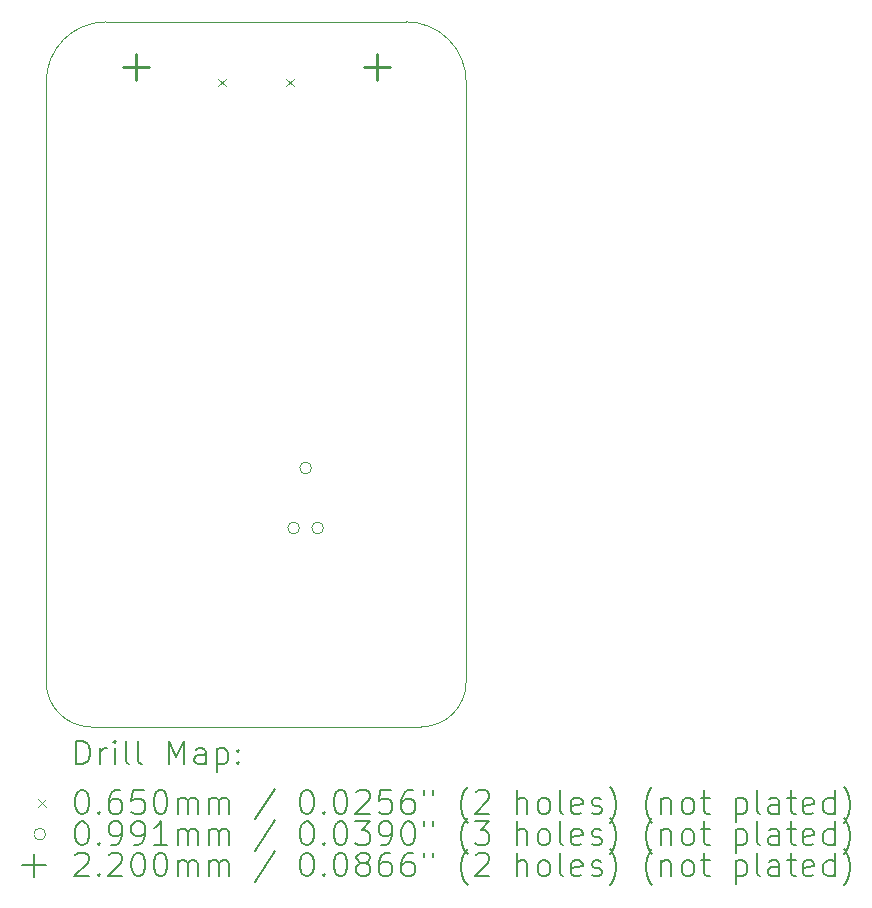
<source format=gbr>
%TF.GenerationSoftware,KiCad,Pcbnew,8.0.4*%
%TF.CreationDate,2024-11-26T16:04:44+06:30*%
%TF.ProjectId,RP2040_DevBoard,52503230-3430-45f4-9465-76426f617264,1.0*%
%TF.SameCoordinates,PX791ddc0PY791ddc0*%
%TF.FileFunction,Drillmap*%
%TF.FilePolarity,Positive*%
%FSLAX45Y45*%
G04 Gerber Fmt 4.5, Leading zero omitted, Abs format (unit mm)*
G04 Created by KiCad (PCBNEW 8.0.4) date 2024-11-26 16:04:44*
%MOMM*%
%LPD*%
G01*
G04 APERTURE LIST*
%ADD10C,0.100000*%
%ADD11C,0.200000*%
%ADD12C,0.220000*%
G04 APERTURE END LIST*
D10*
X381000Y0D02*
X3175000Y0D01*
X0Y5461000D02*
G75*
G02*
X508000Y5969000I508000J0D01*
G01*
X3556000Y381000D02*
X3556000Y5461000D01*
X3048000Y5969000D02*
G75*
G02*
X3556000Y5461000I0J-508000D01*
G01*
X381000Y0D02*
G75*
G02*
X0Y381000I0J381000D01*
G01*
X3556000Y381000D02*
G75*
G02*
X3175000Y0I-381000J0D01*
G01*
X0Y5461000D02*
X0Y381000D01*
X3048000Y5969000D02*
X508000Y5969000D01*
D11*
D10*
X1456500Y5487500D02*
X1521500Y5422500D01*
X1521500Y5487500D02*
X1456500Y5422500D01*
X2034500Y5487500D02*
X2099500Y5422500D01*
X2099500Y5487500D02*
X2034500Y5422500D01*
X2145030Y1684020D02*
G75*
G02*
X2045970Y1684020I-49530J0D01*
G01*
X2045970Y1684020D02*
G75*
G02*
X2145030Y1684020I49530J0D01*
G01*
X2246630Y2192020D02*
G75*
G02*
X2147570Y2192020I-49530J0D01*
G01*
X2147570Y2192020D02*
G75*
G02*
X2246630Y2192020I49530J0D01*
G01*
X2348230Y1684020D02*
G75*
G02*
X2249170Y1684020I-49530J0D01*
G01*
X2249170Y1684020D02*
G75*
G02*
X2348230Y1684020I49530J0D01*
G01*
D12*
X762000Y5698000D02*
X762000Y5478000D01*
X652000Y5588000D02*
X872000Y5588000D01*
X2800000Y5698000D02*
X2800000Y5478000D01*
X2690000Y5588000D02*
X2910000Y5588000D01*
D11*
X255777Y-316484D02*
X255777Y-116484D01*
X255777Y-116484D02*
X303396Y-116484D01*
X303396Y-116484D02*
X331967Y-126008D01*
X331967Y-126008D02*
X351015Y-145055D01*
X351015Y-145055D02*
X360539Y-164103D01*
X360539Y-164103D02*
X370062Y-202198D01*
X370062Y-202198D02*
X370062Y-230769D01*
X370062Y-230769D02*
X360539Y-268865D01*
X360539Y-268865D02*
X351015Y-287912D01*
X351015Y-287912D02*
X331967Y-306960D01*
X331967Y-306960D02*
X303396Y-316484D01*
X303396Y-316484D02*
X255777Y-316484D01*
X455777Y-316484D02*
X455777Y-183150D01*
X455777Y-221246D02*
X465301Y-202198D01*
X465301Y-202198D02*
X474824Y-192674D01*
X474824Y-192674D02*
X493872Y-183150D01*
X493872Y-183150D02*
X512920Y-183150D01*
X579586Y-316484D02*
X579586Y-183150D01*
X579586Y-116484D02*
X570063Y-126008D01*
X570063Y-126008D02*
X579586Y-135531D01*
X579586Y-135531D02*
X589110Y-126008D01*
X589110Y-126008D02*
X579586Y-116484D01*
X579586Y-116484D02*
X579586Y-135531D01*
X703396Y-316484D02*
X684348Y-306960D01*
X684348Y-306960D02*
X674824Y-287912D01*
X674824Y-287912D02*
X674824Y-116484D01*
X808158Y-316484D02*
X789110Y-306960D01*
X789110Y-306960D02*
X779586Y-287912D01*
X779586Y-287912D02*
X779586Y-116484D01*
X1036729Y-316484D02*
X1036729Y-116484D01*
X1036729Y-116484D02*
X1103396Y-259341D01*
X1103396Y-259341D02*
X1170063Y-116484D01*
X1170063Y-116484D02*
X1170063Y-316484D01*
X1351015Y-316484D02*
X1351015Y-211722D01*
X1351015Y-211722D02*
X1341491Y-192674D01*
X1341491Y-192674D02*
X1322444Y-183150D01*
X1322444Y-183150D02*
X1284348Y-183150D01*
X1284348Y-183150D02*
X1265301Y-192674D01*
X1351015Y-306960D02*
X1331967Y-316484D01*
X1331967Y-316484D02*
X1284348Y-316484D01*
X1284348Y-316484D02*
X1265301Y-306960D01*
X1265301Y-306960D02*
X1255777Y-287912D01*
X1255777Y-287912D02*
X1255777Y-268865D01*
X1255777Y-268865D02*
X1265301Y-249817D01*
X1265301Y-249817D02*
X1284348Y-240293D01*
X1284348Y-240293D02*
X1331967Y-240293D01*
X1331967Y-240293D02*
X1351015Y-230769D01*
X1446253Y-183150D02*
X1446253Y-383150D01*
X1446253Y-192674D02*
X1465301Y-183150D01*
X1465301Y-183150D02*
X1503396Y-183150D01*
X1503396Y-183150D02*
X1522443Y-192674D01*
X1522443Y-192674D02*
X1531967Y-202198D01*
X1531967Y-202198D02*
X1541491Y-221246D01*
X1541491Y-221246D02*
X1541491Y-278389D01*
X1541491Y-278389D02*
X1531967Y-297436D01*
X1531967Y-297436D02*
X1522443Y-306960D01*
X1522443Y-306960D02*
X1503396Y-316484D01*
X1503396Y-316484D02*
X1465301Y-316484D01*
X1465301Y-316484D02*
X1446253Y-306960D01*
X1627205Y-297436D02*
X1636729Y-306960D01*
X1636729Y-306960D02*
X1627205Y-316484D01*
X1627205Y-316484D02*
X1617682Y-306960D01*
X1617682Y-306960D02*
X1627205Y-297436D01*
X1627205Y-297436D02*
X1627205Y-316484D01*
X1627205Y-192674D02*
X1636729Y-202198D01*
X1636729Y-202198D02*
X1627205Y-211722D01*
X1627205Y-211722D02*
X1617682Y-202198D01*
X1617682Y-202198D02*
X1627205Y-192674D01*
X1627205Y-192674D02*
X1627205Y-211722D01*
D10*
X-70000Y-612500D02*
X-5000Y-677500D01*
X-5000Y-612500D02*
X-70000Y-677500D01*
D11*
X293872Y-536484D02*
X312920Y-536484D01*
X312920Y-536484D02*
X331967Y-546008D01*
X331967Y-546008D02*
X341491Y-555531D01*
X341491Y-555531D02*
X351015Y-574579D01*
X351015Y-574579D02*
X360539Y-612674D01*
X360539Y-612674D02*
X360539Y-660293D01*
X360539Y-660293D02*
X351015Y-698389D01*
X351015Y-698389D02*
X341491Y-717436D01*
X341491Y-717436D02*
X331967Y-726960D01*
X331967Y-726960D02*
X312920Y-736484D01*
X312920Y-736484D02*
X293872Y-736484D01*
X293872Y-736484D02*
X274824Y-726960D01*
X274824Y-726960D02*
X265301Y-717436D01*
X265301Y-717436D02*
X255777Y-698389D01*
X255777Y-698389D02*
X246253Y-660293D01*
X246253Y-660293D02*
X246253Y-612674D01*
X246253Y-612674D02*
X255777Y-574579D01*
X255777Y-574579D02*
X265301Y-555531D01*
X265301Y-555531D02*
X274824Y-546008D01*
X274824Y-546008D02*
X293872Y-536484D01*
X446253Y-717436D02*
X455777Y-726960D01*
X455777Y-726960D02*
X446253Y-736484D01*
X446253Y-736484D02*
X436729Y-726960D01*
X436729Y-726960D02*
X446253Y-717436D01*
X446253Y-717436D02*
X446253Y-736484D01*
X627205Y-536484D02*
X589110Y-536484D01*
X589110Y-536484D02*
X570063Y-546008D01*
X570063Y-546008D02*
X560539Y-555531D01*
X560539Y-555531D02*
X541491Y-584103D01*
X541491Y-584103D02*
X531967Y-622198D01*
X531967Y-622198D02*
X531967Y-698389D01*
X531967Y-698389D02*
X541491Y-717436D01*
X541491Y-717436D02*
X551015Y-726960D01*
X551015Y-726960D02*
X570063Y-736484D01*
X570063Y-736484D02*
X608158Y-736484D01*
X608158Y-736484D02*
X627205Y-726960D01*
X627205Y-726960D02*
X636729Y-717436D01*
X636729Y-717436D02*
X646253Y-698389D01*
X646253Y-698389D02*
X646253Y-650770D01*
X646253Y-650770D02*
X636729Y-631722D01*
X636729Y-631722D02*
X627205Y-622198D01*
X627205Y-622198D02*
X608158Y-612674D01*
X608158Y-612674D02*
X570063Y-612674D01*
X570063Y-612674D02*
X551015Y-622198D01*
X551015Y-622198D02*
X541491Y-631722D01*
X541491Y-631722D02*
X531967Y-650770D01*
X827205Y-536484D02*
X731967Y-536484D01*
X731967Y-536484D02*
X722443Y-631722D01*
X722443Y-631722D02*
X731967Y-622198D01*
X731967Y-622198D02*
X751015Y-612674D01*
X751015Y-612674D02*
X798634Y-612674D01*
X798634Y-612674D02*
X817682Y-622198D01*
X817682Y-622198D02*
X827205Y-631722D01*
X827205Y-631722D02*
X836729Y-650770D01*
X836729Y-650770D02*
X836729Y-698389D01*
X836729Y-698389D02*
X827205Y-717436D01*
X827205Y-717436D02*
X817682Y-726960D01*
X817682Y-726960D02*
X798634Y-736484D01*
X798634Y-736484D02*
X751015Y-736484D01*
X751015Y-736484D02*
X731967Y-726960D01*
X731967Y-726960D02*
X722443Y-717436D01*
X960539Y-536484D02*
X979586Y-536484D01*
X979586Y-536484D02*
X998634Y-546008D01*
X998634Y-546008D02*
X1008158Y-555531D01*
X1008158Y-555531D02*
X1017682Y-574579D01*
X1017682Y-574579D02*
X1027205Y-612674D01*
X1027205Y-612674D02*
X1027205Y-660293D01*
X1027205Y-660293D02*
X1017682Y-698389D01*
X1017682Y-698389D02*
X1008158Y-717436D01*
X1008158Y-717436D02*
X998634Y-726960D01*
X998634Y-726960D02*
X979586Y-736484D01*
X979586Y-736484D02*
X960539Y-736484D01*
X960539Y-736484D02*
X941491Y-726960D01*
X941491Y-726960D02*
X931967Y-717436D01*
X931967Y-717436D02*
X922443Y-698389D01*
X922443Y-698389D02*
X912920Y-660293D01*
X912920Y-660293D02*
X912920Y-612674D01*
X912920Y-612674D02*
X922443Y-574579D01*
X922443Y-574579D02*
X931967Y-555531D01*
X931967Y-555531D02*
X941491Y-546008D01*
X941491Y-546008D02*
X960539Y-536484D01*
X1112920Y-736484D02*
X1112920Y-603150D01*
X1112920Y-622198D02*
X1122444Y-612674D01*
X1122444Y-612674D02*
X1141491Y-603150D01*
X1141491Y-603150D02*
X1170063Y-603150D01*
X1170063Y-603150D02*
X1189110Y-612674D01*
X1189110Y-612674D02*
X1198634Y-631722D01*
X1198634Y-631722D02*
X1198634Y-736484D01*
X1198634Y-631722D02*
X1208158Y-612674D01*
X1208158Y-612674D02*
X1227205Y-603150D01*
X1227205Y-603150D02*
X1255777Y-603150D01*
X1255777Y-603150D02*
X1274825Y-612674D01*
X1274825Y-612674D02*
X1284348Y-631722D01*
X1284348Y-631722D02*
X1284348Y-736484D01*
X1379586Y-736484D02*
X1379586Y-603150D01*
X1379586Y-622198D02*
X1389110Y-612674D01*
X1389110Y-612674D02*
X1408158Y-603150D01*
X1408158Y-603150D02*
X1436729Y-603150D01*
X1436729Y-603150D02*
X1455777Y-612674D01*
X1455777Y-612674D02*
X1465301Y-631722D01*
X1465301Y-631722D02*
X1465301Y-736484D01*
X1465301Y-631722D02*
X1474824Y-612674D01*
X1474824Y-612674D02*
X1493872Y-603150D01*
X1493872Y-603150D02*
X1522443Y-603150D01*
X1522443Y-603150D02*
X1541491Y-612674D01*
X1541491Y-612674D02*
X1551015Y-631722D01*
X1551015Y-631722D02*
X1551015Y-736484D01*
X1941491Y-526960D02*
X1770063Y-784103D01*
X2198634Y-536484D02*
X2217682Y-536484D01*
X2217682Y-536484D02*
X2236729Y-546008D01*
X2236729Y-546008D02*
X2246253Y-555531D01*
X2246253Y-555531D02*
X2255777Y-574579D01*
X2255777Y-574579D02*
X2265301Y-612674D01*
X2265301Y-612674D02*
X2265301Y-660293D01*
X2265301Y-660293D02*
X2255777Y-698389D01*
X2255777Y-698389D02*
X2246253Y-717436D01*
X2246253Y-717436D02*
X2236729Y-726960D01*
X2236729Y-726960D02*
X2217682Y-736484D01*
X2217682Y-736484D02*
X2198634Y-736484D01*
X2198634Y-736484D02*
X2179587Y-726960D01*
X2179587Y-726960D02*
X2170063Y-717436D01*
X2170063Y-717436D02*
X2160539Y-698389D01*
X2160539Y-698389D02*
X2151015Y-660293D01*
X2151015Y-660293D02*
X2151015Y-612674D01*
X2151015Y-612674D02*
X2160539Y-574579D01*
X2160539Y-574579D02*
X2170063Y-555531D01*
X2170063Y-555531D02*
X2179587Y-546008D01*
X2179587Y-546008D02*
X2198634Y-536484D01*
X2351015Y-717436D02*
X2360539Y-726960D01*
X2360539Y-726960D02*
X2351015Y-736484D01*
X2351015Y-736484D02*
X2341491Y-726960D01*
X2341491Y-726960D02*
X2351015Y-717436D01*
X2351015Y-717436D02*
X2351015Y-736484D01*
X2484348Y-536484D02*
X2503396Y-536484D01*
X2503396Y-536484D02*
X2522444Y-546008D01*
X2522444Y-546008D02*
X2531968Y-555531D01*
X2531968Y-555531D02*
X2541491Y-574579D01*
X2541491Y-574579D02*
X2551015Y-612674D01*
X2551015Y-612674D02*
X2551015Y-660293D01*
X2551015Y-660293D02*
X2541491Y-698389D01*
X2541491Y-698389D02*
X2531968Y-717436D01*
X2531968Y-717436D02*
X2522444Y-726960D01*
X2522444Y-726960D02*
X2503396Y-736484D01*
X2503396Y-736484D02*
X2484348Y-736484D01*
X2484348Y-736484D02*
X2465301Y-726960D01*
X2465301Y-726960D02*
X2455777Y-717436D01*
X2455777Y-717436D02*
X2446253Y-698389D01*
X2446253Y-698389D02*
X2436729Y-660293D01*
X2436729Y-660293D02*
X2436729Y-612674D01*
X2436729Y-612674D02*
X2446253Y-574579D01*
X2446253Y-574579D02*
X2455777Y-555531D01*
X2455777Y-555531D02*
X2465301Y-546008D01*
X2465301Y-546008D02*
X2484348Y-536484D01*
X2627206Y-555531D02*
X2636729Y-546008D01*
X2636729Y-546008D02*
X2655777Y-536484D01*
X2655777Y-536484D02*
X2703396Y-536484D01*
X2703396Y-536484D02*
X2722444Y-546008D01*
X2722444Y-546008D02*
X2731968Y-555531D01*
X2731968Y-555531D02*
X2741491Y-574579D01*
X2741491Y-574579D02*
X2741491Y-593627D01*
X2741491Y-593627D02*
X2731968Y-622198D01*
X2731968Y-622198D02*
X2617682Y-736484D01*
X2617682Y-736484D02*
X2741491Y-736484D01*
X2922444Y-536484D02*
X2827206Y-536484D01*
X2827206Y-536484D02*
X2817682Y-631722D01*
X2817682Y-631722D02*
X2827206Y-622198D01*
X2827206Y-622198D02*
X2846253Y-612674D01*
X2846253Y-612674D02*
X2893872Y-612674D01*
X2893872Y-612674D02*
X2912920Y-622198D01*
X2912920Y-622198D02*
X2922444Y-631722D01*
X2922444Y-631722D02*
X2931967Y-650770D01*
X2931967Y-650770D02*
X2931967Y-698389D01*
X2931967Y-698389D02*
X2922444Y-717436D01*
X2922444Y-717436D02*
X2912920Y-726960D01*
X2912920Y-726960D02*
X2893872Y-736484D01*
X2893872Y-736484D02*
X2846253Y-736484D01*
X2846253Y-736484D02*
X2827206Y-726960D01*
X2827206Y-726960D02*
X2817682Y-717436D01*
X3103396Y-536484D02*
X3065301Y-536484D01*
X3065301Y-536484D02*
X3046253Y-546008D01*
X3046253Y-546008D02*
X3036729Y-555531D01*
X3036729Y-555531D02*
X3017682Y-584103D01*
X3017682Y-584103D02*
X3008158Y-622198D01*
X3008158Y-622198D02*
X3008158Y-698389D01*
X3008158Y-698389D02*
X3017682Y-717436D01*
X3017682Y-717436D02*
X3027206Y-726960D01*
X3027206Y-726960D02*
X3046253Y-736484D01*
X3046253Y-736484D02*
X3084348Y-736484D01*
X3084348Y-736484D02*
X3103396Y-726960D01*
X3103396Y-726960D02*
X3112920Y-717436D01*
X3112920Y-717436D02*
X3122444Y-698389D01*
X3122444Y-698389D02*
X3122444Y-650770D01*
X3122444Y-650770D02*
X3112920Y-631722D01*
X3112920Y-631722D02*
X3103396Y-622198D01*
X3103396Y-622198D02*
X3084348Y-612674D01*
X3084348Y-612674D02*
X3046253Y-612674D01*
X3046253Y-612674D02*
X3027206Y-622198D01*
X3027206Y-622198D02*
X3017682Y-631722D01*
X3017682Y-631722D02*
X3008158Y-650770D01*
X3198634Y-536484D02*
X3198634Y-574579D01*
X3274825Y-536484D02*
X3274825Y-574579D01*
X3570063Y-812674D02*
X3560539Y-803150D01*
X3560539Y-803150D02*
X3541491Y-774579D01*
X3541491Y-774579D02*
X3531968Y-755531D01*
X3531968Y-755531D02*
X3522444Y-726960D01*
X3522444Y-726960D02*
X3512920Y-679341D01*
X3512920Y-679341D02*
X3512920Y-641246D01*
X3512920Y-641246D02*
X3522444Y-593627D01*
X3522444Y-593627D02*
X3531968Y-565055D01*
X3531968Y-565055D02*
X3541491Y-546008D01*
X3541491Y-546008D02*
X3560539Y-517436D01*
X3560539Y-517436D02*
X3570063Y-507912D01*
X3636729Y-555531D02*
X3646253Y-546008D01*
X3646253Y-546008D02*
X3665301Y-536484D01*
X3665301Y-536484D02*
X3712920Y-536484D01*
X3712920Y-536484D02*
X3731968Y-546008D01*
X3731968Y-546008D02*
X3741491Y-555531D01*
X3741491Y-555531D02*
X3751015Y-574579D01*
X3751015Y-574579D02*
X3751015Y-593627D01*
X3751015Y-593627D02*
X3741491Y-622198D01*
X3741491Y-622198D02*
X3627206Y-736484D01*
X3627206Y-736484D02*
X3751015Y-736484D01*
X3989110Y-736484D02*
X3989110Y-536484D01*
X4074825Y-736484D02*
X4074825Y-631722D01*
X4074825Y-631722D02*
X4065301Y-612674D01*
X4065301Y-612674D02*
X4046253Y-603150D01*
X4046253Y-603150D02*
X4017682Y-603150D01*
X4017682Y-603150D02*
X3998634Y-612674D01*
X3998634Y-612674D02*
X3989110Y-622198D01*
X4198634Y-736484D02*
X4179587Y-726960D01*
X4179587Y-726960D02*
X4170063Y-717436D01*
X4170063Y-717436D02*
X4160539Y-698389D01*
X4160539Y-698389D02*
X4160539Y-641246D01*
X4160539Y-641246D02*
X4170063Y-622198D01*
X4170063Y-622198D02*
X4179587Y-612674D01*
X4179587Y-612674D02*
X4198634Y-603150D01*
X4198634Y-603150D02*
X4227206Y-603150D01*
X4227206Y-603150D02*
X4246253Y-612674D01*
X4246253Y-612674D02*
X4255777Y-622198D01*
X4255777Y-622198D02*
X4265301Y-641246D01*
X4265301Y-641246D02*
X4265301Y-698389D01*
X4265301Y-698389D02*
X4255777Y-717436D01*
X4255777Y-717436D02*
X4246253Y-726960D01*
X4246253Y-726960D02*
X4227206Y-736484D01*
X4227206Y-736484D02*
X4198634Y-736484D01*
X4379587Y-736484D02*
X4360539Y-726960D01*
X4360539Y-726960D02*
X4351015Y-707912D01*
X4351015Y-707912D02*
X4351015Y-536484D01*
X4531968Y-726960D02*
X4512920Y-736484D01*
X4512920Y-736484D02*
X4474825Y-736484D01*
X4474825Y-736484D02*
X4455777Y-726960D01*
X4455777Y-726960D02*
X4446253Y-707912D01*
X4446253Y-707912D02*
X4446253Y-631722D01*
X4446253Y-631722D02*
X4455777Y-612674D01*
X4455777Y-612674D02*
X4474825Y-603150D01*
X4474825Y-603150D02*
X4512920Y-603150D01*
X4512920Y-603150D02*
X4531968Y-612674D01*
X4531968Y-612674D02*
X4541492Y-631722D01*
X4541492Y-631722D02*
X4541492Y-650770D01*
X4541492Y-650770D02*
X4446253Y-669817D01*
X4617682Y-726960D02*
X4636730Y-736484D01*
X4636730Y-736484D02*
X4674825Y-736484D01*
X4674825Y-736484D02*
X4693873Y-726960D01*
X4693873Y-726960D02*
X4703396Y-707912D01*
X4703396Y-707912D02*
X4703396Y-698389D01*
X4703396Y-698389D02*
X4693873Y-679341D01*
X4693873Y-679341D02*
X4674825Y-669817D01*
X4674825Y-669817D02*
X4646253Y-669817D01*
X4646253Y-669817D02*
X4627206Y-660293D01*
X4627206Y-660293D02*
X4617682Y-641246D01*
X4617682Y-641246D02*
X4617682Y-631722D01*
X4617682Y-631722D02*
X4627206Y-612674D01*
X4627206Y-612674D02*
X4646253Y-603150D01*
X4646253Y-603150D02*
X4674825Y-603150D01*
X4674825Y-603150D02*
X4693873Y-612674D01*
X4770063Y-812674D02*
X4779587Y-803150D01*
X4779587Y-803150D02*
X4798634Y-774579D01*
X4798634Y-774579D02*
X4808158Y-755531D01*
X4808158Y-755531D02*
X4817682Y-726960D01*
X4817682Y-726960D02*
X4827206Y-679341D01*
X4827206Y-679341D02*
X4827206Y-641246D01*
X4827206Y-641246D02*
X4817682Y-593627D01*
X4817682Y-593627D02*
X4808158Y-565055D01*
X4808158Y-565055D02*
X4798634Y-546008D01*
X4798634Y-546008D02*
X4779587Y-517436D01*
X4779587Y-517436D02*
X4770063Y-507912D01*
X5131968Y-812674D02*
X5122444Y-803150D01*
X5122444Y-803150D02*
X5103396Y-774579D01*
X5103396Y-774579D02*
X5093873Y-755531D01*
X5093873Y-755531D02*
X5084349Y-726960D01*
X5084349Y-726960D02*
X5074825Y-679341D01*
X5074825Y-679341D02*
X5074825Y-641246D01*
X5074825Y-641246D02*
X5084349Y-593627D01*
X5084349Y-593627D02*
X5093873Y-565055D01*
X5093873Y-565055D02*
X5103396Y-546008D01*
X5103396Y-546008D02*
X5122444Y-517436D01*
X5122444Y-517436D02*
X5131968Y-507912D01*
X5208158Y-603150D02*
X5208158Y-736484D01*
X5208158Y-622198D02*
X5217682Y-612674D01*
X5217682Y-612674D02*
X5236730Y-603150D01*
X5236730Y-603150D02*
X5265301Y-603150D01*
X5265301Y-603150D02*
X5284349Y-612674D01*
X5284349Y-612674D02*
X5293873Y-631722D01*
X5293873Y-631722D02*
X5293873Y-736484D01*
X5417682Y-736484D02*
X5398634Y-726960D01*
X5398634Y-726960D02*
X5389111Y-717436D01*
X5389111Y-717436D02*
X5379587Y-698389D01*
X5379587Y-698389D02*
X5379587Y-641246D01*
X5379587Y-641246D02*
X5389111Y-622198D01*
X5389111Y-622198D02*
X5398634Y-612674D01*
X5398634Y-612674D02*
X5417682Y-603150D01*
X5417682Y-603150D02*
X5446254Y-603150D01*
X5446254Y-603150D02*
X5465301Y-612674D01*
X5465301Y-612674D02*
X5474825Y-622198D01*
X5474825Y-622198D02*
X5484349Y-641246D01*
X5484349Y-641246D02*
X5484349Y-698389D01*
X5484349Y-698389D02*
X5474825Y-717436D01*
X5474825Y-717436D02*
X5465301Y-726960D01*
X5465301Y-726960D02*
X5446254Y-736484D01*
X5446254Y-736484D02*
X5417682Y-736484D01*
X5541492Y-603150D02*
X5617682Y-603150D01*
X5570063Y-536484D02*
X5570063Y-707912D01*
X5570063Y-707912D02*
X5579587Y-726960D01*
X5579587Y-726960D02*
X5598634Y-736484D01*
X5598634Y-736484D02*
X5617682Y-736484D01*
X5836730Y-603150D02*
X5836730Y-803150D01*
X5836730Y-612674D02*
X5855777Y-603150D01*
X5855777Y-603150D02*
X5893873Y-603150D01*
X5893873Y-603150D02*
X5912920Y-612674D01*
X5912920Y-612674D02*
X5922444Y-622198D01*
X5922444Y-622198D02*
X5931968Y-641246D01*
X5931968Y-641246D02*
X5931968Y-698389D01*
X5931968Y-698389D02*
X5922444Y-717436D01*
X5922444Y-717436D02*
X5912920Y-726960D01*
X5912920Y-726960D02*
X5893873Y-736484D01*
X5893873Y-736484D02*
X5855777Y-736484D01*
X5855777Y-736484D02*
X5836730Y-726960D01*
X6046253Y-736484D02*
X6027206Y-726960D01*
X6027206Y-726960D02*
X6017682Y-707912D01*
X6017682Y-707912D02*
X6017682Y-536484D01*
X6208158Y-736484D02*
X6208158Y-631722D01*
X6208158Y-631722D02*
X6198634Y-612674D01*
X6198634Y-612674D02*
X6179587Y-603150D01*
X6179587Y-603150D02*
X6141492Y-603150D01*
X6141492Y-603150D02*
X6122444Y-612674D01*
X6208158Y-726960D02*
X6189111Y-736484D01*
X6189111Y-736484D02*
X6141492Y-736484D01*
X6141492Y-736484D02*
X6122444Y-726960D01*
X6122444Y-726960D02*
X6112920Y-707912D01*
X6112920Y-707912D02*
X6112920Y-688865D01*
X6112920Y-688865D02*
X6122444Y-669817D01*
X6122444Y-669817D02*
X6141492Y-660293D01*
X6141492Y-660293D02*
X6189111Y-660293D01*
X6189111Y-660293D02*
X6208158Y-650770D01*
X6274825Y-603150D02*
X6351015Y-603150D01*
X6303396Y-536484D02*
X6303396Y-707912D01*
X6303396Y-707912D02*
X6312920Y-726960D01*
X6312920Y-726960D02*
X6331968Y-736484D01*
X6331968Y-736484D02*
X6351015Y-736484D01*
X6493873Y-726960D02*
X6474825Y-736484D01*
X6474825Y-736484D02*
X6436730Y-736484D01*
X6436730Y-736484D02*
X6417682Y-726960D01*
X6417682Y-726960D02*
X6408158Y-707912D01*
X6408158Y-707912D02*
X6408158Y-631722D01*
X6408158Y-631722D02*
X6417682Y-612674D01*
X6417682Y-612674D02*
X6436730Y-603150D01*
X6436730Y-603150D02*
X6474825Y-603150D01*
X6474825Y-603150D02*
X6493873Y-612674D01*
X6493873Y-612674D02*
X6503396Y-631722D01*
X6503396Y-631722D02*
X6503396Y-650770D01*
X6503396Y-650770D02*
X6408158Y-669817D01*
X6674825Y-736484D02*
X6674825Y-536484D01*
X6674825Y-726960D02*
X6655777Y-736484D01*
X6655777Y-736484D02*
X6617682Y-736484D01*
X6617682Y-736484D02*
X6598634Y-726960D01*
X6598634Y-726960D02*
X6589111Y-717436D01*
X6589111Y-717436D02*
X6579587Y-698389D01*
X6579587Y-698389D02*
X6579587Y-641246D01*
X6579587Y-641246D02*
X6589111Y-622198D01*
X6589111Y-622198D02*
X6598634Y-612674D01*
X6598634Y-612674D02*
X6617682Y-603150D01*
X6617682Y-603150D02*
X6655777Y-603150D01*
X6655777Y-603150D02*
X6674825Y-612674D01*
X6751015Y-812674D02*
X6760539Y-803150D01*
X6760539Y-803150D02*
X6779587Y-774579D01*
X6779587Y-774579D02*
X6789111Y-755531D01*
X6789111Y-755531D02*
X6798634Y-726960D01*
X6798634Y-726960D02*
X6808158Y-679341D01*
X6808158Y-679341D02*
X6808158Y-641246D01*
X6808158Y-641246D02*
X6798634Y-593627D01*
X6798634Y-593627D02*
X6789111Y-565055D01*
X6789111Y-565055D02*
X6779587Y-546008D01*
X6779587Y-546008D02*
X6760539Y-517436D01*
X6760539Y-517436D02*
X6751015Y-507912D01*
D10*
X-5000Y-909000D02*
G75*
G02*
X-104060Y-909000I-49530J0D01*
G01*
X-104060Y-909000D02*
G75*
G02*
X-5000Y-909000I49530J0D01*
G01*
D11*
X293872Y-800484D02*
X312920Y-800484D01*
X312920Y-800484D02*
X331967Y-810008D01*
X331967Y-810008D02*
X341491Y-819531D01*
X341491Y-819531D02*
X351015Y-838579D01*
X351015Y-838579D02*
X360539Y-876674D01*
X360539Y-876674D02*
X360539Y-924293D01*
X360539Y-924293D02*
X351015Y-962388D01*
X351015Y-962388D02*
X341491Y-981436D01*
X341491Y-981436D02*
X331967Y-990960D01*
X331967Y-990960D02*
X312920Y-1000484D01*
X312920Y-1000484D02*
X293872Y-1000484D01*
X293872Y-1000484D02*
X274824Y-990960D01*
X274824Y-990960D02*
X265301Y-981436D01*
X265301Y-981436D02*
X255777Y-962388D01*
X255777Y-962388D02*
X246253Y-924293D01*
X246253Y-924293D02*
X246253Y-876674D01*
X246253Y-876674D02*
X255777Y-838579D01*
X255777Y-838579D02*
X265301Y-819531D01*
X265301Y-819531D02*
X274824Y-810008D01*
X274824Y-810008D02*
X293872Y-800484D01*
X446253Y-981436D02*
X455777Y-990960D01*
X455777Y-990960D02*
X446253Y-1000484D01*
X446253Y-1000484D02*
X436729Y-990960D01*
X436729Y-990960D02*
X446253Y-981436D01*
X446253Y-981436D02*
X446253Y-1000484D01*
X551015Y-1000484D02*
X589110Y-1000484D01*
X589110Y-1000484D02*
X608158Y-990960D01*
X608158Y-990960D02*
X617682Y-981436D01*
X617682Y-981436D02*
X636729Y-952865D01*
X636729Y-952865D02*
X646253Y-914769D01*
X646253Y-914769D02*
X646253Y-838579D01*
X646253Y-838579D02*
X636729Y-819531D01*
X636729Y-819531D02*
X627205Y-810008D01*
X627205Y-810008D02*
X608158Y-800484D01*
X608158Y-800484D02*
X570063Y-800484D01*
X570063Y-800484D02*
X551015Y-810008D01*
X551015Y-810008D02*
X541491Y-819531D01*
X541491Y-819531D02*
X531967Y-838579D01*
X531967Y-838579D02*
X531967Y-886198D01*
X531967Y-886198D02*
X541491Y-905246D01*
X541491Y-905246D02*
X551015Y-914769D01*
X551015Y-914769D02*
X570063Y-924293D01*
X570063Y-924293D02*
X608158Y-924293D01*
X608158Y-924293D02*
X627205Y-914769D01*
X627205Y-914769D02*
X636729Y-905246D01*
X636729Y-905246D02*
X646253Y-886198D01*
X741491Y-1000484D02*
X779586Y-1000484D01*
X779586Y-1000484D02*
X798634Y-990960D01*
X798634Y-990960D02*
X808158Y-981436D01*
X808158Y-981436D02*
X827205Y-952865D01*
X827205Y-952865D02*
X836729Y-914769D01*
X836729Y-914769D02*
X836729Y-838579D01*
X836729Y-838579D02*
X827205Y-819531D01*
X827205Y-819531D02*
X817682Y-810008D01*
X817682Y-810008D02*
X798634Y-800484D01*
X798634Y-800484D02*
X760539Y-800484D01*
X760539Y-800484D02*
X741491Y-810008D01*
X741491Y-810008D02*
X731967Y-819531D01*
X731967Y-819531D02*
X722443Y-838579D01*
X722443Y-838579D02*
X722443Y-886198D01*
X722443Y-886198D02*
X731967Y-905246D01*
X731967Y-905246D02*
X741491Y-914769D01*
X741491Y-914769D02*
X760539Y-924293D01*
X760539Y-924293D02*
X798634Y-924293D01*
X798634Y-924293D02*
X817682Y-914769D01*
X817682Y-914769D02*
X827205Y-905246D01*
X827205Y-905246D02*
X836729Y-886198D01*
X1027205Y-1000484D02*
X912920Y-1000484D01*
X970062Y-1000484D02*
X970062Y-800484D01*
X970062Y-800484D02*
X951015Y-829055D01*
X951015Y-829055D02*
X931967Y-848103D01*
X931967Y-848103D02*
X912920Y-857627D01*
X1112920Y-1000484D02*
X1112920Y-867150D01*
X1112920Y-886198D02*
X1122444Y-876674D01*
X1122444Y-876674D02*
X1141491Y-867150D01*
X1141491Y-867150D02*
X1170063Y-867150D01*
X1170063Y-867150D02*
X1189110Y-876674D01*
X1189110Y-876674D02*
X1198634Y-895722D01*
X1198634Y-895722D02*
X1198634Y-1000484D01*
X1198634Y-895722D02*
X1208158Y-876674D01*
X1208158Y-876674D02*
X1227205Y-867150D01*
X1227205Y-867150D02*
X1255777Y-867150D01*
X1255777Y-867150D02*
X1274825Y-876674D01*
X1274825Y-876674D02*
X1284348Y-895722D01*
X1284348Y-895722D02*
X1284348Y-1000484D01*
X1379586Y-1000484D02*
X1379586Y-867150D01*
X1379586Y-886198D02*
X1389110Y-876674D01*
X1389110Y-876674D02*
X1408158Y-867150D01*
X1408158Y-867150D02*
X1436729Y-867150D01*
X1436729Y-867150D02*
X1455777Y-876674D01*
X1455777Y-876674D02*
X1465301Y-895722D01*
X1465301Y-895722D02*
X1465301Y-1000484D01*
X1465301Y-895722D02*
X1474824Y-876674D01*
X1474824Y-876674D02*
X1493872Y-867150D01*
X1493872Y-867150D02*
X1522443Y-867150D01*
X1522443Y-867150D02*
X1541491Y-876674D01*
X1541491Y-876674D02*
X1551015Y-895722D01*
X1551015Y-895722D02*
X1551015Y-1000484D01*
X1941491Y-790960D02*
X1770063Y-1048103D01*
X2198634Y-800484D02*
X2217682Y-800484D01*
X2217682Y-800484D02*
X2236729Y-810008D01*
X2236729Y-810008D02*
X2246253Y-819531D01*
X2246253Y-819531D02*
X2255777Y-838579D01*
X2255777Y-838579D02*
X2265301Y-876674D01*
X2265301Y-876674D02*
X2265301Y-924293D01*
X2265301Y-924293D02*
X2255777Y-962388D01*
X2255777Y-962388D02*
X2246253Y-981436D01*
X2246253Y-981436D02*
X2236729Y-990960D01*
X2236729Y-990960D02*
X2217682Y-1000484D01*
X2217682Y-1000484D02*
X2198634Y-1000484D01*
X2198634Y-1000484D02*
X2179587Y-990960D01*
X2179587Y-990960D02*
X2170063Y-981436D01*
X2170063Y-981436D02*
X2160539Y-962388D01*
X2160539Y-962388D02*
X2151015Y-924293D01*
X2151015Y-924293D02*
X2151015Y-876674D01*
X2151015Y-876674D02*
X2160539Y-838579D01*
X2160539Y-838579D02*
X2170063Y-819531D01*
X2170063Y-819531D02*
X2179587Y-810008D01*
X2179587Y-810008D02*
X2198634Y-800484D01*
X2351015Y-981436D02*
X2360539Y-990960D01*
X2360539Y-990960D02*
X2351015Y-1000484D01*
X2351015Y-1000484D02*
X2341491Y-990960D01*
X2341491Y-990960D02*
X2351015Y-981436D01*
X2351015Y-981436D02*
X2351015Y-1000484D01*
X2484348Y-800484D02*
X2503396Y-800484D01*
X2503396Y-800484D02*
X2522444Y-810008D01*
X2522444Y-810008D02*
X2531968Y-819531D01*
X2531968Y-819531D02*
X2541491Y-838579D01*
X2541491Y-838579D02*
X2551015Y-876674D01*
X2551015Y-876674D02*
X2551015Y-924293D01*
X2551015Y-924293D02*
X2541491Y-962388D01*
X2541491Y-962388D02*
X2531968Y-981436D01*
X2531968Y-981436D02*
X2522444Y-990960D01*
X2522444Y-990960D02*
X2503396Y-1000484D01*
X2503396Y-1000484D02*
X2484348Y-1000484D01*
X2484348Y-1000484D02*
X2465301Y-990960D01*
X2465301Y-990960D02*
X2455777Y-981436D01*
X2455777Y-981436D02*
X2446253Y-962388D01*
X2446253Y-962388D02*
X2436729Y-924293D01*
X2436729Y-924293D02*
X2436729Y-876674D01*
X2436729Y-876674D02*
X2446253Y-838579D01*
X2446253Y-838579D02*
X2455777Y-819531D01*
X2455777Y-819531D02*
X2465301Y-810008D01*
X2465301Y-810008D02*
X2484348Y-800484D01*
X2617682Y-800484D02*
X2741491Y-800484D01*
X2741491Y-800484D02*
X2674825Y-876674D01*
X2674825Y-876674D02*
X2703396Y-876674D01*
X2703396Y-876674D02*
X2722444Y-886198D01*
X2722444Y-886198D02*
X2731968Y-895722D01*
X2731968Y-895722D02*
X2741491Y-914769D01*
X2741491Y-914769D02*
X2741491Y-962388D01*
X2741491Y-962388D02*
X2731968Y-981436D01*
X2731968Y-981436D02*
X2722444Y-990960D01*
X2722444Y-990960D02*
X2703396Y-1000484D01*
X2703396Y-1000484D02*
X2646253Y-1000484D01*
X2646253Y-1000484D02*
X2627206Y-990960D01*
X2627206Y-990960D02*
X2617682Y-981436D01*
X2836729Y-1000484D02*
X2874825Y-1000484D01*
X2874825Y-1000484D02*
X2893872Y-990960D01*
X2893872Y-990960D02*
X2903396Y-981436D01*
X2903396Y-981436D02*
X2922444Y-952865D01*
X2922444Y-952865D02*
X2931967Y-914769D01*
X2931967Y-914769D02*
X2931967Y-838579D01*
X2931967Y-838579D02*
X2922444Y-819531D01*
X2922444Y-819531D02*
X2912920Y-810008D01*
X2912920Y-810008D02*
X2893872Y-800484D01*
X2893872Y-800484D02*
X2855777Y-800484D01*
X2855777Y-800484D02*
X2836729Y-810008D01*
X2836729Y-810008D02*
X2827206Y-819531D01*
X2827206Y-819531D02*
X2817682Y-838579D01*
X2817682Y-838579D02*
X2817682Y-886198D01*
X2817682Y-886198D02*
X2827206Y-905246D01*
X2827206Y-905246D02*
X2836729Y-914769D01*
X2836729Y-914769D02*
X2855777Y-924293D01*
X2855777Y-924293D02*
X2893872Y-924293D01*
X2893872Y-924293D02*
X2912920Y-914769D01*
X2912920Y-914769D02*
X2922444Y-905246D01*
X2922444Y-905246D02*
X2931967Y-886198D01*
X3055777Y-800484D02*
X3074825Y-800484D01*
X3074825Y-800484D02*
X3093872Y-810008D01*
X3093872Y-810008D02*
X3103396Y-819531D01*
X3103396Y-819531D02*
X3112920Y-838579D01*
X3112920Y-838579D02*
X3122444Y-876674D01*
X3122444Y-876674D02*
X3122444Y-924293D01*
X3122444Y-924293D02*
X3112920Y-962388D01*
X3112920Y-962388D02*
X3103396Y-981436D01*
X3103396Y-981436D02*
X3093872Y-990960D01*
X3093872Y-990960D02*
X3074825Y-1000484D01*
X3074825Y-1000484D02*
X3055777Y-1000484D01*
X3055777Y-1000484D02*
X3036729Y-990960D01*
X3036729Y-990960D02*
X3027206Y-981436D01*
X3027206Y-981436D02*
X3017682Y-962388D01*
X3017682Y-962388D02*
X3008158Y-924293D01*
X3008158Y-924293D02*
X3008158Y-876674D01*
X3008158Y-876674D02*
X3017682Y-838579D01*
X3017682Y-838579D02*
X3027206Y-819531D01*
X3027206Y-819531D02*
X3036729Y-810008D01*
X3036729Y-810008D02*
X3055777Y-800484D01*
X3198634Y-800484D02*
X3198634Y-838579D01*
X3274825Y-800484D02*
X3274825Y-838579D01*
X3570063Y-1076674D02*
X3560539Y-1067150D01*
X3560539Y-1067150D02*
X3541491Y-1038579D01*
X3541491Y-1038579D02*
X3531968Y-1019531D01*
X3531968Y-1019531D02*
X3522444Y-990960D01*
X3522444Y-990960D02*
X3512920Y-943341D01*
X3512920Y-943341D02*
X3512920Y-905246D01*
X3512920Y-905246D02*
X3522444Y-857627D01*
X3522444Y-857627D02*
X3531968Y-829055D01*
X3531968Y-829055D02*
X3541491Y-810008D01*
X3541491Y-810008D02*
X3560539Y-781436D01*
X3560539Y-781436D02*
X3570063Y-771912D01*
X3627206Y-800484D02*
X3751015Y-800484D01*
X3751015Y-800484D02*
X3684348Y-876674D01*
X3684348Y-876674D02*
X3712920Y-876674D01*
X3712920Y-876674D02*
X3731968Y-886198D01*
X3731968Y-886198D02*
X3741491Y-895722D01*
X3741491Y-895722D02*
X3751015Y-914769D01*
X3751015Y-914769D02*
X3751015Y-962388D01*
X3751015Y-962388D02*
X3741491Y-981436D01*
X3741491Y-981436D02*
X3731968Y-990960D01*
X3731968Y-990960D02*
X3712920Y-1000484D01*
X3712920Y-1000484D02*
X3655777Y-1000484D01*
X3655777Y-1000484D02*
X3636729Y-990960D01*
X3636729Y-990960D02*
X3627206Y-981436D01*
X3989110Y-1000484D02*
X3989110Y-800484D01*
X4074825Y-1000484D02*
X4074825Y-895722D01*
X4074825Y-895722D02*
X4065301Y-876674D01*
X4065301Y-876674D02*
X4046253Y-867150D01*
X4046253Y-867150D02*
X4017682Y-867150D01*
X4017682Y-867150D02*
X3998634Y-876674D01*
X3998634Y-876674D02*
X3989110Y-886198D01*
X4198634Y-1000484D02*
X4179587Y-990960D01*
X4179587Y-990960D02*
X4170063Y-981436D01*
X4170063Y-981436D02*
X4160539Y-962388D01*
X4160539Y-962388D02*
X4160539Y-905246D01*
X4160539Y-905246D02*
X4170063Y-886198D01*
X4170063Y-886198D02*
X4179587Y-876674D01*
X4179587Y-876674D02*
X4198634Y-867150D01*
X4198634Y-867150D02*
X4227206Y-867150D01*
X4227206Y-867150D02*
X4246253Y-876674D01*
X4246253Y-876674D02*
X4255777Y-886198D01*
X4255777Y-886198D02*
X4265301Y-905246D01*
X4265301Y-905246D02*
X4265301Y-962388D01*
X4265301Y-962388D02*
X4255777Y-981436D01*
X4255777Y-981436D02*
X4246253Y-990960D01*
X4246253Y-990960D02*
X4227206Y-1000484D01*
X4227206Y-1000484D02*
X4198634Y-1000484D01*
X4379587Y-1000484D02*
X4360539Y-990960D01*
X4360539Y-990960D02*
X4351015Y-971912D01*
X4351015Y-971912D02*
X4351015Y-800484D01*
X4531968Y-990960D02*
X4512920Y-1000484D01*
X4512920Y-1000484D02*
X4474825Y-1000484D01*
X4474825Y-1000484D02*
X4455777Y-990960D01*
X4455777Y-990960D02*
X4446253Y-971912D01*
X4446253Y-971912D02*
X4446253Y-895722D01*
X4446253Y-895722D02*
X4455777Y-876674D01*
X4455777Y-876674D02*
X4474825Y-867150D01*
X4474825Y-867150D02*
X4512920Y-867150D01*
X4512920Y-867150D02*
X4531968Y-876674D01*
X4531968Y-876674D02*
X4541492Y-895722D01*
X4541492Y-895722D02*
X4541492Y-914769D01*
X4541492Y-914769D02*
X4446253Y-933817D01*
X4617682Y-990960D02*
X4636730Y-1000484D01*
X4636730Y-1000484D02*
X4674825Y-1000484D01*
X4674825Y-1000484D02*
X4693873Y-990960D01*
X4693873Y-990960D02*
X4703396Y-971912D01*
X4703396Y-971912D02*
X4703396Y-962388D01*
X4703396Y-962388D02*
X4693873Y-943341D01*
X4693873Y-943341D02*
X4674825Y-933817D01*
X4674825Y-933817D02*
X4646253Y-933817D01*
X4646253Y-933817D02*
X4627206Y-924293D01*
X4627206Y-924293D02*
X4617682Y-905246D01*
X4617682Y-905246D02*
X4617682Y-895722D01*
X4617682Y-895722D02*
X4627206Y-876674D01*
X4627206Y-876674D02*
X4646253Y-867150D01*
X4646253Y-867150D02*
X4674825Y-867150D01*
X4674825Y-867150D02*
X4693873Y-876674D01*
X4770063Y-1076674D02*
X4779587Y-1067150D01*
X4779587Y-1067150D02*
X4798634Y-1038579D01*
X4798634Y-1038579D02*
X4808158Y-1019531D01*
X4808158Y-1019531D02*
X4817682Y-990960D01*
X4817682Y-990960D02*
X4827206Y-943341D01*
X4827206Y-943341D02*
X4827206Y-905246D01*
X4827206Y-905246D02*
X4817682Y-857627D01*
X4817682Y-857627D02*
X4808158Y-829055D01*
X4808158Y-829055D02*
X4798634Y-810008D01*
X4798634Y-810008D02*
X4779587Y-781436D01*
X4779587Y-781436D02*
X4770063Y-771912D01*
X5131968Y-1076674D02*
X5122444Y-1067150D01*
X5122444Y-1067150D02*
X5103396Y-1038579D01*
X5103396Y-1038579D02*
X5093873Y-1019531D01*
X5093873Y-1019531D02*
X5084349Y-990960D01*
X5084349Y-990960D02*
X5074825Y-943341D01*
X5074825Y-943341D02*
X5074825Y-905246D01*
X5074825Y-905246D02*
X5084349Y-857627D01*
X5084349Y-857627D02*
X5093873Y-829055D01*
X5093873Y-829055D02*
X5103396Y-810008D01*
X5103396Y-810008D02*
X5122444Y-781436D01*
X5122444Y-781436D02*
X5131968Y-771912D01*
X5208158Y-867150D02*
X5208158Y-1000484D01*
X5208158Y-886198D02*
X5217682Y-876674D01*
X5217682Y-876674D02*
X5236730Y-867150D01*
X5236730Y-867150D02*
X5265301Y-867150D01*
X5265301Y-867150D02*
X5284349Y-876674D01*
X5284349Y-876674D02*
X5293873Y-895722D01*
X5293873Y-895722D02*
X5293873Y-1000484D01*
X5417682Y-1000484D02*
X5398634Y-990960D01*
X5398634Y-990960D02*
X5389111Y-981436D01*
X5389111Y-981436D02*
X5379587Y-962388D01*
X5379587Y-962388D02*
X5379587Y-905246D01*
X5379587Y-905246D02*
X5389111Y-886198D01*
X5389111Y-886198D02*
X5398634Y-876674D01*
X5398634Y-876674D02*
X5417682Y-867150D01*
X5417682Y-867150D02*
X5446254Y-867150D01*
X5446254Y-867150D02*
X5465301Y-876674D01*
X5465301Y-876674D02*
X5474825Y-886198D01*
X5474825Y-886198D02*
X5484349Y-905246D01*
X5484349Y-905246D02*
X5484349Y-962388D01*
X5484349Y-962388D02*
X5474825Y-981436D01*
X5474825Y-981436D02*
X5465301Y-990960D01*
X5465301Y-990960D02*
X5446254Y-1000484D01*
X5446254Y-1000484D02*
X5417682Y-1000484D01*
X5541492Y-867150D02*
X5617682Y-867150D01*
X5570063Y-800484D02*
X5570063Y-971912D01*
X5570063Y-971912D02*
X5579587Y-990960D01*
X5579587Y-990960D02*
X5598634Y-1000484D01*
X5598634Y-1000484D02*
X5617682Y-1000484D01*
X5836730Y-867150D02*
X5836730Y-1067150D01*
X5836730Y-876674D02*
X5855777Y-867150D01*
X5855777Y-867150D02*
X5893873Y-867150D01*
X5893873Y-867150D02*
X5912920Y-876674D01*
X5912920Y-876674D02*
X5922444Y-886198D01*
X5922444Y-886198D02*
X5931968Y-905246D01*
X5931968Y-905246D02*
X5931968Y-962388D01*
X5931968Y-962388D02*
X5922444Y-981436D01*
X5922444Y-981436D02*
X5912920Y-990960D01*
X5912920Y-990960D02*
X5893873Y-1000484D01*
X5893873Y-1000484D02*
X5855777Y-1000484D01*
X5855777Y-1000484D02*
X5836730Y-990960D01*
X6046253Y-1000484D02*
X6027206Y-990960D01*
X6027206Y-990960D02*
X6017682Y-971912D01*
X6017682Y-971912D02*
X6017682Y-800484D01*
X6208158Y-1000484D02*
X6208158Y-895722D01*
X6208158Y-895722D02*
X6198634Y-876674D01*
X6198634Y-876674D02*
X6179587Y-867150D01*
X6179587Y-867150D02*
X6141492Y-867150D01*
X6141492Y-867150D02*
X6122444Y-876674D01*
X6208158Y-990960D02*
X6189111Y-1000484D01*
X6189111Y-1000484D02*
X6141492Y-1000484D01*
X6141492Y-1000484D02*
X6122444Y-990960D01*
X6122444Y-990960D02*
X6112920Y-971912D01*
X6112920Y-971912D02*
X6112920Y-952865D01*
X6112920Y-952865D02*
X6122444Y-933817D01*
X6122444Y-933817D02*
X6141492Y-924293D01*
X6141492Y-924293D02*
X6189111Y-924293D01*
X6189111Y-924293D02*
X6208158Y-914769D01*
X6274825Y-867150D02*
X6351015Y-867150D01*
X6303396Y-800484D02*
X6303396Y-971912D01*
X6303396Y-971912D02*
X6312920Y-990960D01*
X6312920Y-990960D02*
X6331968Y-1000484D01*
X6331968Y-1000484D02*
X6351015Y-1000484D01*
X6493873Y-990960D02*
X6474825Y-1000484D01*
X6474825Y-1000484D02*
X6436730Y-1000484D01*
X6436730Y-1000484D02*
X6417682Y-990960D01*
X6417682Y-990960D02*
X6408158Y-971912D01*
X6408158Y-971912D02*
X6408158Y-895722D01*
X6408158Y-895722D02*
X6417682Y-876674D01*
X6417682Y-876674D02*
X6436730Y-867150D01*
X6436730Y-867150D02*
X6474825Y-867150D01*
X6474825Y-867150D02*
X6493873Y-876674D01*
X6493873Y-876674D02*
X6503396Y-895722D01*
X6503396Y-895722D02*
X6503396Y-914769D01*
X6503396Y-914769D02*
X6408158Y-933817D01*
X6674825Y-1000484D02*
X6674825Y-800484D01*
X6674825Y-990960D02*
X6655777Y-1000484D01*
X6655777Y-1000484D02*
X6617682Y-1000484D01*
X6617682Y-1000484D02*
X6598634Y-990960D01*
X6598634Y-990960D02*
X6589111Y-981436D01*
X6589111Y-981436D02*
X6579587Y-962388D01*
X6579587Y-962388D02*
X6579587Y-905246D01*
X6579587Y-905246D02*
X6589111Y-886198D01*
X6589111Y-886198D02*
X6598634Y-876674D01*
X6598634Y-876674D02*
X6617682Y-867150D01*
X6617682Y-867150D02*
X6655777Y-867150D01*
X6655777Y-867150D02*
X6674825Y-876674D01*
X6751015Y-1076674D02*
X6760539Y-1067150D01*
X6760539Y-1067150D02*
X6779587Y-1038579D01*
X6779587Y-1038579D02*
X6789111Y-1019531D01*
X6789111Y-1019531D02*
X6798634Y-990960D01*
X6798634Y-990960D02*
X6808158Y-943341D01*
X6808158Y-943341D02*
X6808158Y-905246D01*
X6808158Y-905246D02*
X6798634Y-857627D01*
X6798634Y-857627D02*
X6789111Y-829055D01*
X6789111Y-829055D02*
X6779587Y-810008D01*
X6779587Y-810008D02*
X6760539Y-781436D01*
X6760539Y-781436D02*
X6751015Y-771912D01*
X-105000Y-1073000D02*
X-105000Y-1273000D01*
X-205000Y-1173000D02*
X-5000Y-1173000D01*
X246253Y-1083531D02*
X255777Y-1074008D01*
X255777Y-1074008D02*
X274824Y-1064484D01*
X274824Y-1064484D02*
X322444Y-1064484D01*
X322444Y-1064484D02*
X341491Y-1074008D01*
X341491Y-1074008D02*
X351015Y-1083531D01*
X351015Y-1083531D02*
X360539Y-1102579D01*
X360539Y-1102579D02*
X360539Y-1121627D01*
X360539Y-1121627D02*
X351015Y-1150198D01*
X351015Y-1150198D02*
X236729Y-1264484D01*
X236729Y-1264484D02*
X360539Y-1264484D01*
X446253Y-1245436D02*
X455777Y-1254960D01*
X455777Y-1254960D02*
X446253Y-1264484D01*
X446253Y-1264484D02*
X436729Y-1254960D01*
X436729Y-1254960D02*
X446253Y-1245436D01*
X446253Y-1245436D02*
X446253Y-1264484D01*
X531967Y-1083531D02*
X541491Y-1074008D01*
X541491Y-1074008D02*
X560539Y-1064484D01*
X560539Y-1064484D02*
X608158Y-1064484D01*
X608158Y-1064484D02*
X627205Y-1074008D01*
X627205Y-1074008D02*
X636729Y-1083531D01*
X636729Y-1083531D02*
X646253Y-1102579D01*
X646253Y-1102579D02*
X646253Y-1121627D01*
X646253Y-1121627D02*
X636729Y-1150198D01*
X636729Y-1150198D02*
X522443Y-1264484D01*
X522443Y-1264484D02*
X646253Y-1264484D01*
X770062Y-1064484D02*
X789110Y-1064484D01*
X789110Y-1064484D02*
X808158Y-1074008D01*
X808158Y-1074008D02*
X817682Y-1083531D01*
X817682Y-1083531D02*
X827205Y-1102579D01*
X827205Y-1102579D02*
X836729Y-1140674D01*
X836729Y-1140674D02*
X836729Y-1188293D01*
X836729Y-1188293D02*
X827205Y-1226389D01*
X827205Y-1226389D02*
X817682Y-1245436D01*
X817682Y-1245436D02*
X808158Y-1254960D01*
X808158Y-1254960D02*
X789110Y-1264484D01*
X789110Y-1264484D02*
X770062Y-1264484D01*
X770062Y-1264484D02*
X751015Y-1254960D01*
X751015Y-1254960D02*
X741491Y-1245436D01*
X741491Y-1245436D02*
X731967Y-1226389D01*
X731967Y-1226389D02*
X722443Y-1188293D01*
X722443Y-1188293D02*
X722443Y-1140674D01*
X722443Y-1140674D02*
X731967Y-1102579D01*
X731967Y-1102579D02*
X741491Y-1083531D01*
X741491Y-1083531D02*
X751015Y-1074008D01*
X751015Y-1074008D02*
X770062Y-1064484D01*
X960539Y-1064484D02*
X979586Y-1064484D01*
X979586Y-1064484D02*
X998634Y-1074008D01*
X998634Y-1074008D02*
X1008158Y-1083531D01*
X1008158Y-1083531D02*
X1017682Y-1102579D01*
X1017682Y-1102579D02*
X1027205Y-1140674D01*
X1027205Y-1140674D02*
X1027205Y-1188293D01*
X1027205Y-1188293D02*
X1017682Y-1226389D01*
X1017682Y-1226389D02*
X1008158Y-1245436D01*
X1008158Y-1245436D02*
X998634Y-1254960D01*
X998634Y-1254960D02*
X979586Y-1264484D01*
X979586Y-1264484D02*
X960539Y-1264484D01*
X960539Y-1264484D02*
X941491Y-1254960D01*
X941491Y-1254960D02*
X931967Y-1245436D01*
X931967Y-1245436D02*
X922443Y-1226389D01*
X922443Y-1226389D02*
X912920Y-1188293D01*
X912920Y-1188293D02*
X912920Y-1140674D01*
X912920Y-1140674D02*
X922443Y-1102579D01*
X922443Y-1102579D02*
X931967Y-1083531D01*
X931967Y-1083531D02*
X941491Y-1074008D01*
X941491Y-1074008D02*
X960539Y-1064484D01*
X1112920Y-1264484D02*
X1112920Y-1131150D01*
X1112920Y-1150198D02*
X1122444Y-1140674D01*
X1122444Y-1140674D02*
X1141491Y-1131150D01*
X1141491Y-1131150D02*
X1170063Y-1131150D01*
X1170063Y-1131150D02*
X1189110Y-1140674D01*
X1189110Y-1140674D02*
X1198634Y-1159722D01*
X1198634Y-1159722D02*
X1198634Y-1264484D01*
X1198634Y-1159722D02*
X1208158Y-1140674D01*
X1208158Y-1140674D02*
X1227205Y-1131150D01*
X1227205Y-1131150D02*
X1255777Y-1131150D01*
X1255777Y-1131150D02*
X1274825Y-1140674D01*
X1274825Y-1140674D02*
X1284348Y-1159722D01*
X1284348Y-1159722D02*
X1284348Y-1264484D01*
X1379586Y-1264484D02*
X1379586Y-1131150D01*
X1379586Y-1150198D02*
X1389110Y-1140674D01*
X1389110Y-1140674D02*
X1408158Y-1131150D01*
X1408158Y-1131150D02*
X1436729Y-1131150D01*
X1436729Y-1131150D02*
X1455777Y-1140674D01*
X1455777Y-1140674D02*
X1465301Y-1159722D01*
X1465301Y-1159722D02*
X1465301Y-1264484D01*
X1465301Y-1159722D02*
X1474824Y-1140674D01*
X1474824Y-1140674D02*
X1493872Y-1131150D01*
X1493872Y-1131150D02*
X1522443Y-1131150D01*
X1522443Y-1131150D02*
X1541491Y-1140674D01*
X1541491Y-1140674D02*
X1551015Y-1159722D01*
X1551015Y-1159722D02*
X1551015Y-1264484D01*
X1941491Y-1054960D02*
X1770063Y-1312103D01*
X2198634Y-1064484D02*
X2217682Y-1064484D01*
X2217682Y-1064484D02*
X2236729Y-1074008D01*
X2236729Y-1074008D02*
X2246253Y-1083531D01*
X2246253Y-1083531D02*
X2255777Y-1102579D01*
X2255777Y-1102579D02*
X2265301Y-1140674D01*
X2265301Y-1140674D02*
X2265301Y-1188293D01*
X2265301Y-1188293D02*
X2255777Y-1226389D01*
X2255777Y-1226389D02*
X2246253Y-1245436D01*
X2246253Y-1245436D02*
X2236729Y-1254960D01*
X2236729Y-1254960D02*
X2217682Y-1264484D01*
X2217682Y-1264484D02*
X2198634Y-1264484D01*
X2198634Y-1264484D02*
X2179587Y-1254960D01*
X2179587Y-1254960D02*
X2170063Y-1245436D01*
X2170063Y-1245436D02*
X2160539Y-1226389D01*
X2160539Y-1226389D02*
X2151015Y-1188293D01*
X2151015Y-1188293D02*
X2151015Y-1140674D01*
X2151015Y-1140674D02*
X2160539Y-1102579D01*
X2160539Y-1102579D02*
X2170063Y-1083531D01*
X2170063Y-1083531D02*
X2179587Y-1074008D01*
X2179587Y-1074008D02*
X2198634Y-1064484D01*
X2351015Y-1245436D02*
X2360539Y-1254960D01*
X2360539Y-1254960D02*
X2351015Y-1264484D01*
X2351015Y-1264484D02*
X2341491Y-1254960D01*
X2341491Y-1254960D02*
X2351015Y-1245436D01*
X2351015Y-1245436D02*
X2351015Y-1264484D01*
X2484348Y-1064484D02*
X2503396Y-1064484D01*
X2503396Y-1064484D02*
X2522444Y-1074008D01*
X2522444Y-1074008D02*
X2531968Y-1083531D01*
X2531968Y-1083531D02*
X2541491Y-1102579D01*
X2541491Y-1102579D02*
X2551015Y-1140674D01*
X2551015Y-1140674D02*
X2551015Y-1188293D01*
X2551015Y-1188293D02*
X2541491Y-1226389D01*
X2541491Y-1226389D02*
X2531968Y-1245436D01*
X2531968Y-1245436D02*
X2522444Y-1254960D01*
X2522444Y-1254960D02*
X2503396Y-1264484D01*
X2503396Y-1264484D02*
X2484348Y-1264484D01*
X2484348Y-1264484D02*
X2465301Y-1254960D01*
X2465301Y-1254960D02*
X2455777Y-1245436D01*
X2455777Y-1245436D02*
X2446253Y-1226389D01*
X2446253Y-1226389D02*
X2436729Y-1188293D01*
X2436729Y-1188293D02*
X2436729Y-1140674D01*
X2436729Y-1140674D02*
X2446253Y-1102579D01*
X2446253Y-1102579D02*
X2455777Y-1083531D01*
X2455777Y-1083531D02*
X2465301Y-1074008D01*
X2465301Y-1074008D02*
X2484348Y-1064484D01*
X2665301Y-1150198D02*
X2646253Y-1140674D01*
X2646253Y-1140674D02*
X2636729Y-1131150D01*
X2636729Y-1131150D02*
X2627206Y-1112103D01*
X2627206Y-1112103D02*
X2627206Y-1102579D01*
X2627206Y-1102579D02*
X2636729Y-1083531D01*
X2636729Y-1083531D02*
X2646253Y-1074008D01*
X2646253Y-1074008D02*
X2665301Y-1064484D01*
X2665301Y-1064484D02*
X2703396Y-1064484D01*
X2703396Y-1064484D02*
X2722444Y-1074008D01*
X2722444Y-1074008D02*
X2731968Y-1083531D01*
X2731968Y-1083531D02*
X2741491Y-1102579D01*
X2741491Y-1102579D02*
X2741491Y-1112103D01*
X2741491Y-1112103D02*
X2731968Y-1131150D01*
X2731968Y-1131150D02*
X2722444Y-1140674D01*
X2722444Y-1140674D02*
X2703396Y-1150198D01*
X2703396Y-1150198D02*
X2665301Y-1150198D01*
X2665301Y-1150198D02*
X2646253Y-1159722D01*
X2646253Y-1159722D02*
X2636729Y-1169246D01*
X2636729Y-1169246D02*
X2627206Y-1188293D01*
X2627206Y-1188293D02*
X2627206Y-1226389D01*
X2627206Y-1226389D02*
X2636729Y-1245436D01*
X2636729Y-1245436D02*
X2646253Y-1254960D01*
X2646253Y-1254960D02*
X2665301Y-1264484D01*
X2665301Y-1264484D02*
X2703396Y-1264484D01*
X2703396Y-1264484D02*
X2722444Y-1254960D01*
X2722444Y-1254960D02*
X2731968Y-1245436D01*
X2731968Y-1245436D02*
X2741491Y-1226389D01*
X2741491Y-1226389D02*
X2741491Y-1188293D01*
X2741491Y-1188293D02*
X2731968Y-1169246D01*
X2731968Y-1169246D02*
X2722444Y-1159722D01*
X2722444Y-1159722D02*
X2703396Y-1150198D01*
X2912920Y-1064484D02*
X2874825Y-1064484D01*
X2874825Y-1064484D02*
X2855777Y-1074008D01*
X2855777Y-1074008D02*
X2846253Y-1083531D01*
X2846253Y-1083531D02*
X2827206Y-1112103D01*
X2827206Y-1112103D02*
X2817682Y-1150198D01*
X2817682Y-1150198D02*
X2817682Y-1226389D01*
X2817682Y-1226389D02*
X2827206Y-1245436D01*
X2827206Y-1245436D02*
X2836729Y-1254960D01*
X2836729Y-1254960D02*
X2855777Y-1264484D01*
X2855777Y-1264484D02*
X2893872Y-1264484D01*
X2893872Y-1264484D02*
X2912920Y-1254960D01*
X2912920Y-1254960D02*
X2922444Y-1245436D01*
X2922444Y-1245436D02*
X2931967Y-1226389D01*
X2931967Y-1226389D02*
X2931967Y-1178770D01*
X2931967Y-1178770D02*
X2922444Y-1159722D01*
X2922444Y-1159722D02*
X2912920Y-1150198D01*
X2912920Y-1150198D02*
X2893872Y-1140674D01*
X2893872Y-1140674D02*
X2855777Y-1140674D01*
X2855777Y-1140674D02*
X2836729Y-1150198D01*
X2836729Y-1150198D02*
X2827206Y-1159722D01*
X2827206Y-1159722D02*
X2817682Y-1178770D01*
X3103396Y-1064484D02*
X3065301Y-1064484D01*
X3065301Y-1064484D02*
X3046253Y-1074008D01*
X3046253Y-1074008D02*
X3036729Y-1083531D01*
X3036729Y-1083531D02*
X3017682Y-1112103D01*
X3017682Y-1112103D02*
X3008158Y-1150198D01*
X3008158Y-1150198D02*
X3008158Y-1226389D01*
X3008158Y-1226389D02*
X3017682Y-1245436D01*
X3017682Y-1245436D02*
X3027206Y-1254960D01*
X3027206Y-1254960D02*
X3046253Y-1264484D01*
X3046253Y-1264484D02*
X3084348Y-1264484D01*
X3084348Y-1264484D02*
X3103396Y-1254960D01*
X3103396Y-1254960D02*
X3112920Y-1245436D01*
X3112920Y-1245436D02*
X3122444Y-1226389D01*
X3122444Y-1226389D02*
X3122444Y-1178770D01*
X3122444Y-1178770D02*
X3112920Y-1159722D01*
X3112920Y-1159722D02*
X3103396Y-1150198D01*
X3103396Y-1150198D02*
X3084348Y-1140674D01*
X3084348Y-1140674D02*
X3046253Y-1140674D01*
X3046253Y-1140674D02*
X3027206Y-1150198D01*
X3027206Y-1150198D02*
X3017682Y-1159722D01*
X3017682Y-1159722D02*
X3008158Y-1178770D01*
X3198634Y-1064484D02*
X3198634Y-1102579D01*
X3274825Y-1064484D02*
X3274825Y-1102579D01*
X3570063Y-1340674D02*
X3560539Y-1331150D01*
X3560539Y-1331150D02*
X3541491Y-1302579D01*
X3541491Y-1302579D02*
X3531968Y-1283531D01*
X3531968Y-1283531D02*
X3522444Y-1254960D01*
X3522444Y-1254960D02*
X3512920Y-1207341D01*
X3512920Y-1207341D02*
X3512920Y-1169246D01*
X3512920Y-1169246D02*
X3522444Y-1121627D01*
X3522444Y-1121627D02*
X3531968Y-1093055D01*
X3531968Y-1093055D02*
X3541491Y-1074008D01*
X3541491Y-1074008D02*
X3560539Y-1045436D01*
X3560539Y-1045436D02*
X3570063Y-1035912D01*
X3636729Y-1083531D02*
X3646253Y-1074008D01*
X3646253Y-1074008D02*
X3665301Y-1064484D01*
X3665301Y-1064484D02*
X3712920Y-1064484D01*
X3712920Y-1064484D02*
X3731968Y-1074008D01*
X3731968Y-1074008D02*
X3741491Y-1083531D01*
X3741491Y-1083531D02*
X3751015Y-1102579D01*
X3751015Y-1102579D02*
X3751015Y-1121627D01*
X3751015Y-1121627D02*
X3741491Y-1150198D01*
X3741491Y-1150198D02*
X3627206Y-1264484D01*
X3627206Y-1264484D02*
X3751015Y-1264484D01*
X3989110Y-1264484D02*
X3989110Y-1064484D01*
X4074825Y-1264484D02*
X4074825Y-1159722D01*
X4074825Y-1159722D02*
X4065301Y-1140674D01*
X4065301Y-1140674D02*
X4046253Y-1131150D01*
X4046253Y-1131150D02*
X4017682Y-1131150D01*
X4017682Y-1131150D02*
X3998634Y-1140674D01*
X3998634Y-1140674D02*
X3989110Y-1150198D01*
X4198634Y-1264484D02*
X4179587Y-1254960D01*
X4179587Y-1254960D02*
X4170063Y-1245436D01*
X4170063Y-1245436D02*
X4160539Y-1226389D01*
X4160539Y-1226389D02*
X4160539Y-1169246D01*
X4160539Y-1169246D02*
X4170063Y-1150198D01*
X4170063Y-1150198D02*
X4179587Y-1140674D01*
X4179587Y-1140674D02*
X4198634Y-1131150D01*
X4198634Y-1131150D02*
X4227206Y-1131150D01*
X4227206Y-1131150D02*
X4246253Y-1140674D01*
X4246253Y-1140674D02*
X4255777Y-1150198D01*
X4255777Y-1150198D02*
X4265301Y-1169246D01*
X4265301Y-1169246D02*
X4265301Y-1226389D01*
X4265301Y-1226389D02*
X4255777Y-1245436D01*
X4255777Y-1245436D02*
X4246253Y-1254960D01*
X4246253Y-1254960D02*
X4227206Y-1264484D01*
X4227206Y-1264484D02*
X4198634Y-1264484D01*
X4379587Y-1264484D02*
X4360539Y-1254960D01*
X4360539Y-1254960D02*
X4351015Y-1235912D01*
X4351015Y-1235912D02*
X4351015Y-1064484D01*
X4531968Y-1254960D02*
X4512920Y-1264484D01*
X4512920Y-1264484D02*
X4474825Y-1264484D01*
X4474825Y-1264484D02*
X4455777Y-1254960D01*
X4455777Y-1254960D02*
X4446253Y-1235912D01*
X4446253Y-1235912D02*
X4446253Y-1159722D01*
X4446253Y-1159722D02*
X4455777Y-1140674D01*
X4455777Y-1140674D02*
X4474825Y-1131150D01*
X4474825Y-1131150D02*
X4512920Y-1131150D01*
X4512920Y-1131150D02*
X4531968Y-1140674D01*
X4531968Y-1140674D02*
X4541492Y-1159722D01*
X4541492Y-1159722D02*
X4541492Y-1178770D01*
X4541492Y-1178770D02*
X4446253Y-1197817D01*
X4617682Y-1254960D02*
X4636730Y-1264484D01*
X4636730Y-1264484D02*
X4674825Y-1264484D01*
X4674825Y-1264484D02*
X4693873Y-1254960D01*
X4693873Y-1254960D02*
X4703396Y-1235912D01*
X4703396Y-1235912D02*
X4703396Y-1226389D01*
X4703396Y-1226389D02*
X4693873Y-1207341D01*
X4693873Y-1207341D02*
X4674825Y-1197817D01*
X4674825Y-1197817D02*
X4646253Y-1197817D01*
X4646253Y-1197817D02*
X4627206Y-1188293D01*
X4627206Y-1188293D02*
X4617682Y-1169246D01*
X4617682Y-1169246D02*
X4617682Y-1159722D01*
X4617682Y-1159722D02*
X4627206Y-1140674D01*
X4627206Y-1140674D02*
X4646253Y-1131150D01*
X4646253Y-1131150D02*
X4674825Y-1131150D01*
X4674825Y-1131150D02*
X4693873Y-1140674D01*
X4770063Y-1340674D02*
X4779587Y-1331150D01*
X4779587Y-1331150D02*
X4798634Y-1302579D01*
X4798634Y-1302579D02*
X4808158Y-1283531D01*
X4808158Y-1283531D02*
X4817682Y-1254960D01*
X4817682Y-1254960D02*
X4827206Y-1207341D01*
X4827206Y-1207341D02*
X4827206Y-1169246D01*
X4827206Y-1169246D02*
X4817682Y-1121627D01*
X4817682Y-1121627D02*
X4808158Y-1093055D01*
X4808158Y-1093055D02*
X4798634Y-1074008D01*
X4798634Y-1074008D02*
X4779587Y-1045436D01*
X4779587Y-1045436D02*
X4770063Y-1035912D01*
X5131968Y-1340674D02*
X5122444Y-1331150D01*
X5122444Y-1331150D02*
X5103396Y-1302579D01*
X5103396Y-1302579D02*
X5093873Y-1283531D01*
X5093873Y-1283531D02*
X5084349Y-1254960D01*
X5084349Y-1254960D02*
X5074825Y-1207341D01*
X5074825Y-1207341D02*
X5074825Y-1169246D01*
X5074825Y-1169246D02*
X5084349Y-1121627D01*
X5084349Y-1121627D02*
X5093873Y-1093055D01*
X5093873Y-1093055D02*
X5103396Y-1074008D01*
X5103396Y-1074008D02*
X5122444Y-1045436D01*
X5122444Y-1045436D02*
X5131968Y-1035912D01*
X5208158Y-1131150D02*
X5208158Y-1264484D01*
X5208158Y-1150198D02*
X5217682Y-1140674D01*
X5217682Y-1140674D02*
X5236730Y-1131150D01*
X5236730Y-1131150D02*
X5265301Y-1131150D01*
X5265301Y-1131150D02*
X5284349Y-1140674D01*
X5284349Y-1140674D02*
X5293873Y-1159722D01*
X5293873Y-1159722D02*
X5293873Y-1264484D01*
X5417682Y-1264484D02*
X5398634Y-1254960D01*
X5398634Y-1254960D02*
X5389111Y-1245436D01*
X5389111Y-1245436D02*
X5379587Y-1226389D01*
X5379587Y-1226389D02*
X5379587Y-1169246D01*
X5379587Y-1169246D02*
X5389111Y-1150198D01*
X5389111Y-1150198D02*
X5398634Y-1140674D01*
X5398634Y-1140674D02*
X5417682Y-1131150D01*
X5417682Y-1131150D02*
X5446254Y-1131150D01*
X5446254Y-1131150D02*
X5465301Y-1140674D01*
X5465301Y-1140674D02*
X5474825Y-1150198D01*
X5474825Y-1150198D02*
X5484349Y-1169246D01*
X5484349Y-1169246D02*
X5484349Y-1226389D01*
X5484349Y-1226389D02*
X5474825Y-1245436D01*
X5474825Y-1245436D02*
X5465301Y-1254960D01*
X5465301Y-1254960D02*
X5446254Y-1264484D01*
X5446254Y-1264484D02*
X5417682Y-1264484D01*
X5541492Y-1131150D02*
X5617682Y-1131150D01*
X5570063Y-1064484D02*
X5570063Y-1235912D01*
X5570063Y-1235912D02*
X5579587Y-1254960D01*
X5579587Y-1254960D02*
X5598634Y-1264484D01*
X5598634Y-1264484D02*
X5617682Y-1264484D01*
X5836730Y-1131150D02*
X5836730Y-1331150D01*
X5836730Y-1140674D02*
X5855777Y-1131150D01*
X5855777Y-1131150D02*
X5893873Y-1131150D01*
X5893873Y-1131150D02*
X5912920Y-1140674D01*
X5912920Y-1140674D02*
X5922444Y-1150198D01*
X5922444Y-1150198D02*
X5931968Y-1169246D01*
X5931968Y-1169246D02*
X5931968Y-1226389D01*
X5931968Y-1226389D02*
X5922444Y-1245436D01*
X5922444Y-1245436D02*
X5912920Y-1254960D01*
X5912920Y-1254960D02*
X5893873Y-1264484D01*
X5893873Y-1264484D02*
X5855777Y-1264484D01*
X5855777Y-1264484D02*
X5836730Y-1254960D01*
X6046253Y-1264484D02*
X6027206Y-1254960D01*
X6027206Y-1254960D02*
X6017682Y-1235912D01*
X6017682Y-1235912D02*
X6017682Y-1064484D01*
X6208158Y-1264484D02*
X6208158Y-1159722D01*
X6208158Y-1159722D02*
X6198634Y-1140674D01*
X6198634Y-1140674D02*
X6179587Y-1131150D01*
X6179587Y-1131150D02*
X6141492Y-1131150D01*
X6141492Y-1131150D02*
X6122444Y-1140674D01*
X6208158Y-1254960D02*
X6189111Y-1264484D01*
X6189111Y-1264484D02*
X6141492Y-1264484D01*
X6141492Y-1264484D02*
X6122444Y-1254960D01*
X6122444Y-1254960D02*
X6112920Y-1235912D01*
X6112920Y-1235912D02*
X6112920Y-1216865D01*
X6112920Y-1216865D02*
X6122444Y-1197817D01*
X6122444Y-1197817D02*
X6141492Y-1188293D01*
X6141492Y-1188293D02*
X6189111Y-1188293D01*
X6189111Y-1188293D02*
X6208158Y-1178770D01*
X6274825Y-1131150D02*
X6351015Y-1131150D01*
X6303396Y-1064484D02*
X6303396Y-1235912D01*
X6303396Y-1235912D02*
X6312920Y-1254960D01*
X6312920Y-1254960D02*
X6331968Y-1264484D01*
X6331968Y-1264484D02*
X6351015Y-1264484D01*
X6493873Y-1254960D02*
X6474825Y-1264484D01*
X6474825Y-1264484D02*
X6436730Y-1264484D01*
X6436730Y-1264484D02*
X6417682Y-1254960D01*
X6417682Y-1254960D02*
X6408158Y-1235912D01*
X6408158Y-1235912D02*
X6408158Y-1159722D01*
X6408158Y-1159722D02*
X6417682Y-1140674D01*
X6417682Y-1140674D02*
X6436730Y-1131150D01*
X6436730Y-1131150D02*
X6474825Y-1131150D01*
X6474825Y-1131150D02*
X6493873Y-1140674D01*
X6493873Y-1140674D02*
X6503396Y-1159722D01*
X6503396Y-1159722D02*
X6503396Y-1178770D01*
X6503396Y-1178770D02*
X6408158Y-1197817D01*
X6674825Y-1264484D02*
X6674825Y-1064484D01*
X6674825Y-1254960D02*
X6655777Y-1264484D01*
X6655777Y-1264484D02*
X6617682Y-1264484D01*
X6617682Y-1264484D02*
X6598634Y-1254960D01*
X6598634Y-1254960D02*
X6589111Y-1245436D01*
X6589111Y-1245436D02*
X6579587Y-1226389D01*
X6579587Y-1226389D02*
X6579587Y-1169246D01*
X6579587Y-1169246D02*
X6589111Y-1150198D01*
X6589111Y-1150198D02*
X6598634Y-1140674D01*
X6598634Y-1140674D02*
X6617682Y-1131150D01*
X6617682Y-1131150D02*
X6655777Y-1131150D01*
X6655777Y-1131150D02*
X6674825Y-1140674D01*
X6751015Y-1340674D02*
X6760539Y-1331150D01*
X6760539Y-1331150D02*
X6779587Y-1302579D01*
X6779587Y-1302579D02*
X6789111Y-1283531D01*
X6789111Y-1283531D02*
X6798634Y-1254960D01*
X6798634Y-1254960D02*
X6808158Y-1207341D01*
X6808158Y-1207341D02*
X6808158Y-1169246D01*
X6808158Y-1169246D02*
X6798634Y-1121627D01*
X6798634Y-1121627D02*
X6789111Y-1093055D01*
X6789111Y-1093055D02*
X6779587Y-1074008D01*
X6779587Y-1074008D02*
X6760539Y-1045436D01*
X6760539Y-1045436D02*
X6751015Y-1035912D01*
M02*

</source>
